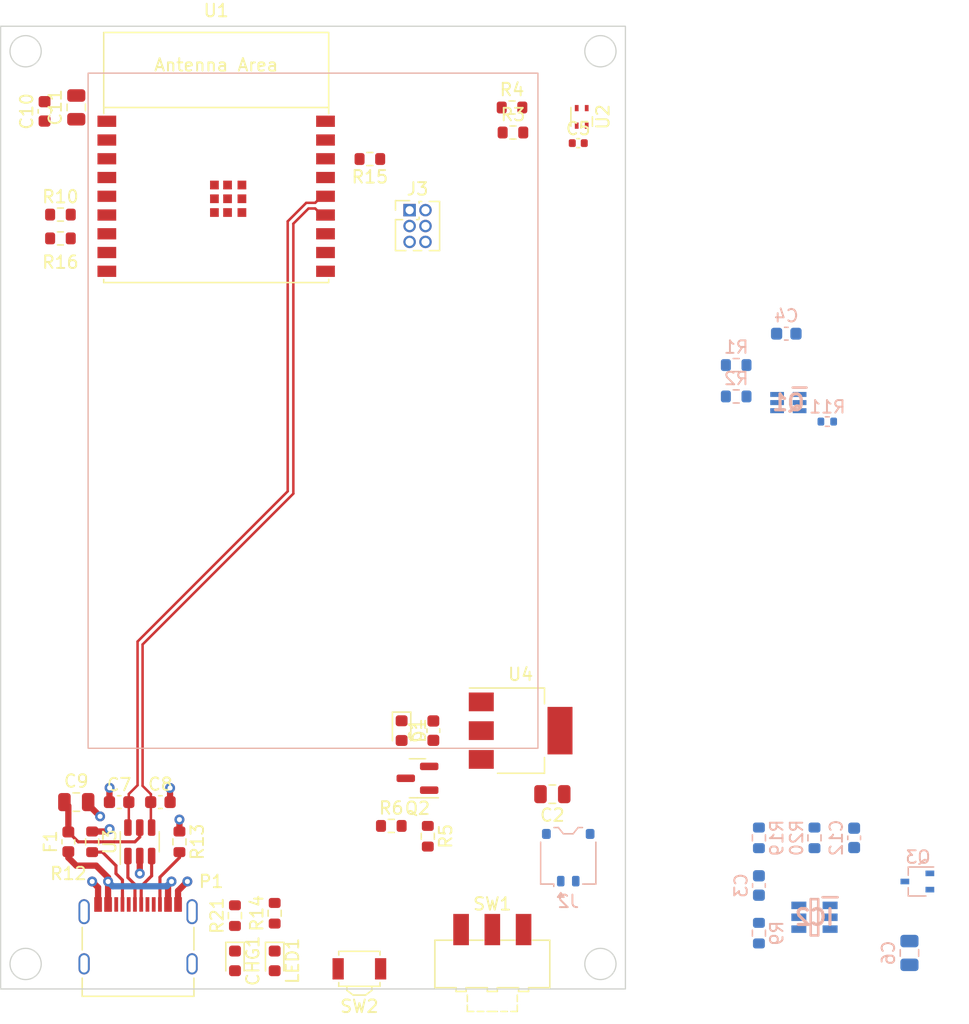
<source format=kicad_pcb>
(kicad_pcb (version 20221018) (generator pcbnew)
  (layers (0 "F.Cu" signal) (31 "B.Cu" signal) (34 "B.Paste" user) (35 "F.Paste" user) (36 "B.SilkS" user "B.Silkscreen") (37 "F.SilkS" user "F.Silkscreen") (38 "B.Mask" user) (39 "F.Mask" user) (44 "Edge.Cuts" user))
  (net 0 "")
  (net 1 "GND")
  (net 2 "V_USB")
  (net 3 "D+")
  (net 4 "D-")
  (net 5 "V_BAT")
  (net 6 "+3.3V")
  (net 7 "CHG_ENABLE")
  (net 8 "SDA")
  (net 9 "SDC")
  (net 10 "Net-(CHG1-K)")
  (net 11 "Net-(LED1-K)")
  (net 12 "Net-(J2-Pin_2)")
  (net 13 "EN")
  (net 14 "TXD")
  (net 15 "IO9")
  (net 16 "RXD")
  (net 17 "Net-(F1-Pad1)")
  (net 18 "Net-(P1-CC)")
  (net 19 "Net-(P1-D+)")
  (net 20 "Net-(P1-D-)")
  (net 21 "Net-(P1-VCONN)")
  (net 23 "VBAT_MEAS_EN")
  (net 24 "Net-(Q1-DRAIN_2)")
  (net 25 "Net-(Q1-DRAIN_1)")
  (net 26 "Net-(Q2-G)")
  (net 27 "Net-(D1-K)")
  (net 28 "UTIL")
  (net 29 "~{LED}")
  (net 30 "Net-(IC2-TS)")
  (net 31 "~{CRG}")
  (net 32 "V_BAT_MEAS")
  (net 33 "~{CHG}")
  (net 34 "V_USB_MEAS")
  (net 35 "Net-(U1-GPIO2{slash}ADC1_CH2)")
  (net 36 "Net-(IC2-ISET)")
  (footprint "Capacitor_SMD:C_0805_2012Metric" (layer "F.Cu") (at 186.055 90.805)
    (fp_text reference "C9" (at 0 -1.68) (layer "F.SilkS"))
    (fp_text value "10uF")
    (pad "1" smd roundrect (at -0.95 0) (size 1 1.45) (layers "F.Cu" "F.Paste" "F.Mask") (net 2 "V_USB"))
    (pad "2" smd roundrect (at 0.95 0) (size 1 1.45) (layers "F.Cu" "F.Paste" "F.Mask") (net 1 "GND"))
  )
  (footprint "Resistor_SMD:R_0603_1608Metric" (layer "F.Cu") (at 184.785 43.815)
    (fp_text reference "R10" (at 0 -1.43) (layer "F.SilkS"))
    (fp_text value "10k")
    (pad "1" smd roundrect (at -0.825 0) (size 0.8 0.95) (layers "F.Cu" "F.Paste" "F.Mask") (net 6 "+3.3V"))
    (pad "2" smd roundrect (at 0.825 0) (size 0.8 0.95) (layers "F.Cu" "F.Paste" "F.Mask") (net 33 "~{CHG}"))
  )
  (footprint "Resistor_SMD:R_0603_1608Metric" (layer "F.Cu") (at 209.55 39.37 180)
    (fp_text reference "R15" (at 0 -1.43) (layer "F.SilkS"))
    (fp_text value "10k")
    (pad "1" smd roundrect (at -0.825 0 180) (size 0.8 0.95) (layers "F.Cu" "F.Paste" "F.Mask") (net 6 "+3.3V"))
    (pad "2" smd roundrect (at 0.825 0 180) (size 0.8 0.95) (layers "F.Cu" "F.Paste" "F.Mask") (net 35 "Net-(U1-GPIO2{slash}ADC1_CH2)"))
  )
  (footprint "Sensor_Humidity:Sensirion_DFN-4_1.5x1.5mm_P0.8mm_SHT4x_NoCentralPad" (layer "F.Cu") (at 226.5 36 -90)
    (fp_text reference "U2" (at 0 -1.7 90) (layer "F.SilkS"))
    (fp_text value "SHT4x")
    (pad "1" smd rect (at -0.7 -0.4 270) (size 0.5 0.3) (layers "F.Cu" "F.Paste" "F.Mask") (net 8 "SDA"))
    (pad "2" smd rect (at -0.7 0.4 270) (size 0.5 0.3) (layers "F.Cu" "F.Paste" "F.Mask") (net 9 "SDC"))
    (pad "3" smd rect (at 0.7 0.4 270) (size 0.5 0.3) (layers "F.Cu" "F.Paste" "F.Mask") (net 6 "+3.3V"))
    (pad "4" smd rect (at 0.7 -0.4 270) (size 0.5 0.3) (layers "F.Cu" "F.Paste" "F.Mask") (net 1 "GND"))
  )
  (footprint "Fuse:Fuse_0603_1608Metric" (layer "F.Cu") (at 185.42 93.98 90)
    (fp_text reference "F1" (at 0 -1.43 90) (layer "F.SilkS"))
    (fp_text value "Polyfuse_Small")
    (pad "1" smd roundrect (at -0.7875 0 90) (size 0.875 0.95) (layers "F.Cu" "F.Paste" "F.Mask") (net 17 "Net-(F1-Pad1)"))
    (pad "2" smd roundrect (at 0.7875 0 90) (size 0.875 0.95) (layers "F.Cu" "F.Paste" "F.Mask") (net 2 "V_USB"))
  )
  (footprint "Connector_USB:USB_C_Receptacle_Palconn_UTC16-G" (layer "F.Cu") (at 191 101.5)
    (fp_text reference "P1" (at 5.85 -4.345) (layer "F.SilkS"))
    (fp_text value "USB_C_Plug_USB2.0")
    (pad "" np_thru_hole circle (at -2.89 -1.45 180) (size 0.6 0.6) (drill 0.6) (layers "*.Cu" "*.Mask"))
    (pad "" np_thru_hole circle (at 2.89 -1.45 180) (size 0.6 0.6) (drill 0.6) (layers "*.Cu" "*.Mask"))
    (pad "A1" smd rect (at -3.2 -2.51) (size 0.6 1.16) (layers "F.Cu" "F.Paste" "F.Mask") (net 1 "GND"))
    (pad "A4" smd rect (at -2.4 -2.51) (size 0.6 1.16) (layers "F.Cu" "F.Paste" "F.Mask") (net 17 "Net-(F1-Pad1)"))
    (pad "A5" smd rect (at -1.25 -2.51 180) (size 0.3 1.16) (layers "F.Cu" "F.Paste" "F.Mask") (net 18 "Net-(P1-CC)"))
    (pad "A6" smd rect (at -0.25 -2.51 180) (size 0.3 1.16) (layers "F.Cu" "F.Paste" "F.Mask") (net 19 "Net-(P1-D+)"))
    (pad "A7" smd rect (at 0.25 -2.51 180) (size 0.3 1.16) (layers "F.Cu" "F.Paste" "F.Mask") (net 20 "Net-(P1-D-)"))
    (pad "A8" smd rect (at 1.25 -2.51 180) (size 0.3 1.16) (layers "F.Cu" "F.Paste" "F.Mask"))
    (pad "A9" smd rect (at 2.4 -2.51) (size 0.6 1.16) (layers "F.Cu" "F.Paste" "F.Mask") (net 17 "Net-(F1-Pad1)"))
    (pad "A12" smd rect (at 3.2 -2.51) (size 0.6 1.16) (layers "F.Cu" "F.Paste" "F.Mask") (net 1 "GND"))
    (pad "B1" smd rect (at 3.2 -2.51) (size 0.6 1.16) (layers "F.Cu" "F.Paste" "F.Mask") (net 1 "GND"))
    (pad "B4" smd rect (at 2.4 -2.51) (size 0.6 1.16) (layers "F.Cu" "F.Paste" "F.Mask") (net 17 "Net-(F1-Pad1)"))
    (pad "B5" smd rect (at 1.75 -2.51 180) (size 0.3 1.16) (layers "F.Cu" "F.Paste" "F.Mask") (net 21 "Net-(P1-VCONN)"))
    (pad "B6" smd rect (at 0.75 -2.51 180) (size 0.3 1.16) (layers "F.Cu" "F.Paste" "F.Mask"))
    (pad "B7" smd rect (at -0.75 -2.51 180) (size 0.3 1.16) (layers "F.Cu" "F.Paste" "F.Mask"))
    (pad "B8" smd rect (at -1.75 -2.51 180) (size 0.3 1.16) (layers "F.Cu" "F.Paste" "F.Mask"))
    (pad "B9" smd rect (at -2.4 -2.51) (size 0.6 1.16) (layers "F.Cu" "F.Paste" "F.Mask") (net 17 "Net-(F1-Pad1)"))
    (pad "B12" smd rect (at -3.2 -2.51) (size 0.6 1.16) (layers "F.Cu" "F.Paste" "F.Mask") (net 1 "GND"))
    (pad "S1" thru_hole oval (at -4.32 -1.93 90) (size 2 0.9) (drill oval 1.7 0.6) (layers "*.Cu" "*.Mask"))
    (pad "S1" thru_hole oval (at -4.32 2.24 90) (size 1.7 0.9) (drill oval 1.4 0.6) (layers "*.Cu" "*.Mask"))
    (pad "S1" thru_hole oval (at 4.32 -1.93 90) (size 2 0.9) (drill oval 1.7 0.6) (layers "*.Cu" "*.Mask"))
    (pad "S1" thru_hole oval (at 4.32 2.24 90) (size 1.7 0.9) (drill oval 1.4 0.6) (layers "*.Cu" "*.Mask"))
  )
  (footprint "Resistor_SMD:R_0603_1608Metric" (layer "F.Cu") (at 221 37.25)
    (fp_text reference "R3" (at 0 -1.43) (layer "F.SilkS"))
    (fp_text value "10k")
    (pad "1" smd roundrect (at -0.825 0) (size 0.8 0.95) (layers "F.Cu" "F.Paste" "F.Mask") (net 6 "+3.3V"))
    (pad "2" smd roundrect (at 0.825 0) (size 0.8 0.95) (layers "F.Cu" "F.Paste" "F.Mask") (net 9 "SDC"))
  )
  (footprint "Resistor_SMD:R_0603_1608Metric" (layer "F.Cu") (at 184.785 45.72)
    (fp_text reference "R16" (at 0 1.905) (layer "F.SilkS"))
    (fp_text value "10k")
    (pad "1" smd roundrect (at -0.825 0) (size 0.8 0.95) (layers "F.Cu" "F.Paste" "F.Mask") (net 6 "+3.3V"))
    (pad "2" smd roundrect (at 0.825 0) (size 0.8 0.95) (layers "F.Cu" "F.Paste" "F.Mask") (net 7 "CHG_ENABLE"))
  )
  (footprint "Button_Switch_SMD:SW_SPDT_CK-JS102011SAQN" (layer "F.Cu") (at 219.35 103.75)
    (fp_text reference "SW1" (at 0 -4.8) (layer "F.SilkS"))
    (fp_text value "SW_SPST")
    (pad "" np_thru_hole circle (at -3.4 0) (size 0.9 0.9) (drill 0.9) (layers "*.Cu" "*.Mask"))
    (pad "" np_thru_hole circle (at 3.4 0) (size 0.9 0.9) (drill 0.9) (layers "*.Cu" "*.Mask"))
    (pad "1" smd rect (at -2.5 -2.75) (size 1.25 2.5) (layers "F.Cu" "F.Paste" "F.Mask") (net 12 "Net-(J2-Pin_2)"))
    (pad "2" smd rect (at 0 -2.75) (size 1.25 2.5) (layers "F.Cu" "F.Paste" "F.Mask") (net 5 "V_BAT"))
    (pad "3" smd rect (at 2.5 -2.75) (size 1.25 2.5) (layers "F.Cu" "F.Paste" "F.Mask"))
  )
  (footprint "Capacitor_SMD:C_0805_2012Metric" (layer "F.Cu") (at 186.055 35.24 90)
    (fp_text reference "C11" (at 0 -1.68 90) (layer "F.SilkS"))
    (fp_text value "10uF")
    (pad "1" smd roundrect (at -0.95 0 90) (size 1 1.45) (layers "F.Cu" "F.Paste" "F.Mask") (net 6 "+3.3V"))
    (pad "2" smd roundrect (at 0.95 0 90) (size 1 1.45) (layers "F.Cu" "F.Paste" "F.Mask") (net 1 "GND"))
  )
  (footprint "Capacitor_SMD:C_0805_2012Metric" (layer "F.Cu") (at 224.155 90.17 180)
    (fp_text reference "C2" (at 0 -1.68) (layer "F.SilkS"))
    (fp_text value "10uF")
    (pad "1" smd roundrect (at -0.95 0 180) (size 1 1.45) (layers "F.Cu" "F.Paste" "F.Mask") (net 6 "+3.3V"))
    (pad "2" smd roundrect (at 0.95 0 180) (size 1 1.45) (layers "F.Cu" "F.Paste" "F.Mask") (net 1 "GND"))
  )
  (footprint "Resistor_SMD:R_0603_1608Metric" (layer "F.Cu") (at 194.31 93.98 -90)
    (fp_text reference "R13" (at 0 -1.43 90) (layer "F.SilkS"))
    (fp_text value "5.1K")
    (pad "1" smd roundrect (at -0.825 0 270) (size 0.8 0.95) (layers "F.Cu" "F.Paste" "F.Mask") (net 1 "GND"))
    (pad "2" smd roundrect (at 0.825 0 270) (size 0.8 0.95) (layers "F.Cu" "F.Paste" "F.Mask") (net 21 "Net-(P1-VCONN)"))
  )
  (footprint "Capacitor_SMD:C_0603_1608Metric" (layer "F.Cu") (at 183.515 35.56 90)
    (fp_text reference "C10" (at 0 -1.43 90) (layer "F.SilkS"))
    (fp_text value "100nF")
    (pad "1" smd roundrect (at -0.775 0 90) (size 0.9 0.95) (layers "F.Cu" "F.Paste" "F.Mask") (net 6 "+3.3V"))
    (pad "2" smd roundrect (at 0.775 0 90) (size 0.9 0.95) (layers "F.Cu" "F.Paste" "F.Mask") (net 1 "GND"))
  )
  (footprint "Package_TO_SOT_SMD:SOT-23" (layer "F.Cu") (at 213.36 88.9 180)
    (fp_text reference "Q2" (at 0 -2.4) (layer "F.SilkS"))
    (fp_text value "AO3401A")
    (pad "1" smd roundrect (at -0.9375 -0.95 180) (size 1.475 0.6) (layers "F.Cu" "F.Paste" "F.Mask") (net 26 "Net-(Q2-G)"))
    (pad "2" smd roundrect (at -0.9375 0.95 180) (size 1.475 0.6) (layers "F.Cu" "F.Paste" "F.Mask") (net 27 "Net-(D1-K)"))
    (pad "3" smd roundrect (at 0.9375 0 180) (size 1.475 0.6) (layers "F.Cu" "F.Paste" "F.Mask") (net 5 "V_BAT"))
  )
  (footprint "Resistor_SMD:R_0603_1608Metric" (layer "F.Cu") (at 187.325 93.98 -90)
    (fp_text reference "R12" (at 2.54 1.905 -180) (layer "F.SilkS"))
    (fp_text value "5.1K")
    (pad "1" smd roundrect (at -0.825 0 270) (size 0.8 0.95) (layers "F.Cu" "F.Paste" "F.Mask") (net 1 "GND"))
    (pad "2" smd roundrect (at 0.825 0 270) (size 0.8 0.95) (layers "F.Cu" "F.Paste" "F.Mask") (net 18 "Net-(P1-CC)"))
  )
  (footprint "Package_TO_SOT_SMD:SOT-223-3_TabPin2" (layer "F.Cu") (at 221.615 85.09)
    (fp_text reference "U4" (at 0 -4.5) (layer "F.SilkS"))
    (fp_text value "LD1117S33TR_SOT223")
    (pad "1" smd rect (at -3.15 -2.3) (size 2 1.5) (layers "F.Cu" "F.Paste" "F.Mask") (net 1 "GND"))
    (pad "2" smd rect (at -3.15 0) (size 2 1.5) (layers "F.Cu" "F.Paste" "F.Mask") (net 6 "+3.3V"))
    (pad "2" smd rect (at 3.15 0) (size 2 3.8) (layers "F.Cu" "F.Paste" "F.Mask") (net 6 "+3.3V"))
    (pad "3" smd rect (at -3.15 2.3) (size 2 1.5) (layers "F.Cu" "F.Paste" "F.Mask") (net 27 "Net-(D1-K)"))
  )
  (footprint "Resistor_SMD:R_0603_1608Metric" (layer "F.Cu") (at 201.93 99.695 90)
    (fp_text reference "R14" (at 0 -1.43 90) (layer "F.SilkS"))
    (fp_text value "33R")
    (pad "1" smd roundrect (at -0.825 0 90) (size 0.8 0.95) (layers "F.Cu" "F.Paste" "F.Mask") (net 11 "Net-(LED1-K)"))
    (pad "2" smd roundrect (at 0.825 0 90) (size 0.8 0.95) (layers "F.Cu" "F.Paste" "F.Mask") (net 29 "~{LED}"))
  )
  (footprint "Capacitor_SMD:C_0603_1608Metric" (layer "F.Cu") (at 192.786 90.805)
    (fp_text reference "C8" (at 0 -1.43) (layer "F.SilkS"))
    (fp_text value "22pF")
    (pad "1" smd roundrect (at -0.775 0) (size 0.9 0.95) (layers "F.Cu" "F.Paste" "F.Mask") (net 4 "D-"))
    (pad "2" smd roundrect (at 0.775 0) (size 0.9 0.95) (layers "F.Cu" "F.Paste" "F.Mask") (net 1 "GND"))
  )
  (footprint "Resistor_SMD:R_0603_1608Metric" (layer "F.Cu") (at 211.265 92.71)
    (fp_text reference "R6" (at 0 -1.43) (layer "F.SilkS"))
    (fp_text value "1K")
    (pad "1" smd roundrect (at -0.825 0) (size 0.8 0.95) (layers "F.Cu" "F.Paste" "F.Mask") (net 2 "V_USB"))
    (pad "2" smd roundrect (at 0.825 0) (size 0.8 0.95) (layers "F.Cu" "F.Paste" "F.Mask") (net 26 "Net-(Q2-G)"))
  )
  (footprint "LED_SMD:LED_0603_1608Metric" (layer "F.Cu") (at 201.93 103.505 -90)
    (fp_text reference "LED1" (at 0 -1.43 90) (layer "F.SilkS"))
    (fp_text value "LED_Small")
    (pad "1" smd roundrect (at -0.7875 0 270) (size 0.875 0.95) (layers "F.Cu" "F.Paste" "F.Mask") (net 11 "Net-(LED1-K)"))
    (pad "2" smd roundrect (at 0.7875 0 270) (size 0.875 0.95) (layers "F.Cu" "F.Paste" "F.Mask") (net 6 "+3.3V"))
  )
  (footprint "Resistor_SMD:R_0603_1608Metric" (layer "F.Cu") (at 220.925 35.25)
    (fp_text reference "R4" (at 0 -1.43) (layer "F.SilkS"))
    (fp_text value "10k")
    (pad "1" smd roundrect (at -0.825 0) (size 0.8 0.95) (layers "F.Cu" "F.Paste" "F.Mask") (net 6 "+3.3V"))
    (pad "2" smd roundrect (at 0.825 0) (size 0.8 0.95) (layers "F.Cu" "F.Paste" "F.Mask") (net 8 "SDA"))
  )
  (footprint "Resistor_SMD:R_0603_1608Metric" (layer "F.Cu") (at 214.185 93.535 -90)
    (fp_text reference "R5" (at 0 -1.43 90) (layer "F.SilkS"))
    (fp_text value "10K")
    (pad "1" smd roundrect (at -0.825 0 270) (size 0.8 0.95) (layers "F.Cu" "F.Paste" "F.Mask") (net 26 "Net-(Q2-G)"))
    (pad "2" smd roundrect (at 0.825 0 270) (size 0.8 0.95) (layers "F.Cu" "F.Paste" "F.Mask") (net 1 "GND"))
  )
  (footprint "Capacitor_SMD:C_0402_1005Metric" (layer "F.Cu") (at 226.225 38.1)
    (fp_text reference "C5" (at 0 -1.16) (layer "F.SilkS"))
    (fp_text value "100nF")
    (pad "1" smd roundrect (at -0.48 0) (size 0.56 0.62) (layers "F.Cu" "F.Paste" "F.Mask") (net 6 "+3.3V"))
    (pad "2" smd roundrect (at 0.48 0) (size 0.56 0.62) (layers "F.Cu" "F.Paste" "F.Mask") (net 1 "GND"))
  )
  (footprint "Connector_PinHeader_1.27mm:PinHeader_2x03_P1.27mm_Vertical" (layer "F.Cu") (at 212.73 43.46)
    (fp_text reference "J3" (at 0.635 -1.695) (layer "F.SilkS"))
    (fp_text value "Conn_02x03_Odd_Even")
    (pad "1" thru_hole rect (at 0 0) (size 1 1) (drill 0.65) (layers "*.Cu" "*.Mask") (net 13 "EN"))
    (pad "2" thru_hole oval (at 1.27 0) (size 1 1) (drill 0.65) (layers "*.Cu" "*.Mask") (net 6 "+3.3V"))
    (pad "3" thru_hole oval (at 0 1.27) (size 1 1) (drill 0.65) (layers "*.Cu" "*.Mask") (net 14 "TXD"))
    (pad "4" thru_hole oval (at 1.27 1.27) (size 1 1) (drill 0.65) (layers "*.Cu" "*.Mask") (net 15 "IO9"))
    (pad "5" thru_hole oval (at 0 2.54) (size 1 1) (drill 0.65) (layers "*.Cu" "*.Mask") (net 16 "RXD"))
    (pad "6" thru_hole oval (at 1.27 2.54) (size 1 1) (drill 0.65) (layers "*.Cu" "*.Mask") (net 1 "GND"))
  )
  (footprint "Resistor_SMD:R_0603_1608Metric" (layer "F.Cu") (at 198.75 99.885 90)
    (fp_text reference "R21" (at 0 -1.43 90) (layer "F.SilkS"))
    (fp_text value "33R")
    (pad "1" smd roundrect (at -0.825 0 90) (size 0.8 0.95) (layers "F.Cu" "F.Paste" "F.Mask") (net 10 "Net-(CHG1-K)"))
    (pad "2" smd roundrect (at 0.825 0 90) (size 0.8 0.95) (layers "F.Cu" "F.Paste" "F.Mask") (net 31 "~{CRG}"))
  )
  (footprint "Diode_SMD:D_0603_1608Metric" (layer "F.Cu") (at 212.09 85.09 -90)
    (fp_text reference "D1" (at 0 -1.43 90) (layer "F.SilkS"))
    (fp_text value "D_Schottky")
    (pad "1" smd roundrect (at -0.7875 0 270) (size 0.875 0.95) (layers "F.Cu" "F.Paste" "F.Mask") (net 27 "Net-(D1-K)"))
    (pad "2" smd roundrect (at 0.7875 0 270) (size 0.875 0.95) (layers "F.Cu" "F.Paste" "F.Mask") (net 2 "V_USB"))
  )
  (footprint "Capacitor_SMD:C_0603_1608Metric" (layer "F.Cu") (at 189.484 90.805 180)
    (fp_text reference "C7" (at 0 1.397) (layer "F.SilkS"))
    (fp_text value "22pF")
    (pad "1" smd roundrect (at -0.775 0 180) (size 0.9 0.95) (layers "F.Cu" "F.Paste" "F.Mask") (net 3 "D+"))
    (pad "2" smd roundrect (at 0.775 0 180) (size 0.9 0.95) (layers "F.Cu" "F.Paste" "F.Mask") (net 1 "GND"))
  )
  (footprint "PCM_Espressif:ESP32-C3-WROOM-02" (layer "F.Cu") (at 197.25 42.25)
    (fp_text reference "U1" (at 0 -14.75) (layer "F.SilkS"))
    (fp_text value "ESP32-C3-WROOM-02")
    (fp_text user "Antenna Area" (at 0 -10.4) (layer "F.SilkS"))
    (pad "1" smd rect (at -8.75 -5.9) (size 1.5 0.9) (layers "F.Cu" "F.Paste" "F.Mask") (net 6 "+3.3V"))
    (pad "2" smd rect (at -8.75 -4.4) (size 1.5 0.9) (layers "F.Cu" "F.Paste" "F.Mask") (net 13 "EN"))
    (pad "3" smd rect (at -8.75 -2.9) (size 1.5 0.9) (layers "F.Cu" "F.Paste" "F.Mask") (net 32 "V_BAT_MEAS"))
    (pad "4" smd rect (at -8.75 -1.4) (size 1.5 0.9) (layers "F.Cu" "F.Paste" "F.Mask") (net 23 "VBAT_MEAS_EN"))
    (pad "5" smd rect (at -8.75 0.1) (size 1.5 0.9) (layers "F.Cu" "F.Paste" "F.Mask") (net 29 "~{LED}"))
    (pad "6" smd rect (at -8.75 1.6) (size 1.5 0.9) (layers "F.Cu" "F.Paste" "F.Mask") (net 33 "~{CHG}"))
    (pad "7" smd rect (at -8.75 3.1) (size 1.5 0.9) (layers "F.Cu" "F.Paste" "F.Mask") (net 7 "CHG_ENABLE"))
    (pad "8" smd rect (at -8.75 4.6) (size 1.5 0.9) (layers "F.Cu" "F.Paste" "F.Mask") (net 15 "IO9"))
    (pad "9" smd rect (at -8.75 6.1) (size 1.5 0.9) (layers "F.Cu" "F.Paste" "F.Mask") (net 1 "GND"))
    (pad "10" smd rect (at 8.75 6.1 180) (size 1.5 0.9) (layers "F.Cu" "F.Paste" "F.Mask") (net 28 "UTIL"))
    (pad "11" smd rect (at 8.75 4.6 180) (size 1.5 0.9) (layers "F.Cu" "F.Paste" "F.Mask") (net 16 "RXD"))
    (pad "12" smd rect (at 8.75 3.1 180) (size 1.5 0.9) (layers "F.Cu" "F.Paste" "F.Mask") (net 14 "TXD"))
    (pad "13" smd rect (at 8.75 1.6 180) (size 1.5 0.9) (layers "F.Cu" "F.Paste" "F.Mask") (net 4 "D-"))
    (pad "14" smd rect (at 8.75 0.1 180) (size 1.5 0.9) (layers "F.Cu" "F.Paste" "F.Mask") (net 3 "D+"))
    (pad "15" smd rect (at 8.75 -1.4 180) (size 1.5 0.9) (layers "F.Cu" "F.Paste" "F.Mask") (net 34 "V_USB_MEAS"))
    (pad "16" smd rect (at 8.75 -2.9 180) (size 1.5 0.9) (layers "F.Cu" "F.Paste" "F.Mask") (net 35 "Net-(U1-GPIO2{slash}ADC1_CH2)"))
    (pad "17" smd rect (at 8.75 -4.4 180) (size 1.5 0.9) (layers "F.Cu" "F.Paste" "F.Mask") (net 8 "SDA"))
    (pad "18" smd rect (at 8.75 -5.9 180) (size 1.5 0.9) (layers "F.Cu" "F.Paste" "F.Mask") (net 9 "SDC"))
    (pad "19" smd rect (at -0.14 -0.8 180) (size 0.7 0.7) (layers "F.Cu" "F.Paste" "F.Mask") (net 1 "GND"))
    (pad "19" smd rect (at -0.14 0.3 180) (size 0.7 0.7) (layers "F.Cu" "F.Paste" "F.Mask") (net 1 "GND"))
    (pad "19" smd rect (at -0.14 1.4 180) (size 0.7 0.7) (layers "F.Cu" "F.Paste" "F.Mask") (net 1 "GND"))
    (pad "19" smd rect (at 0.91 -0.8 180) (size 0.7 0.7) (layers "F.Cu" "F.Paste" "F.Mask") (net 1 "GND"))
    (pad "19" smd rect (at 0.91 0.3 180) (size 0.7 0.7) (layers "F.Cu" "F.Paste" "F.Mask") (net 1 "GND"))
    (pad "19" smd rect (at 0.91 1.4 180) (size 0.7 0.7) (layers "F.Cu" "F.Paste" "F.Mask") (net 1 "GND"))
    (pad "19" smd rect (at 2.06 -0.8 180) (size 0.7 0.7) (layers "F.Cu" "F.Paste" "F.Mask") (net 1 "GND"))
    (pad "19" smd rect (at 2.06 0.3 180) (size 0.7 0.7) (layers "F.Cu" "F.Paste" "F.Mask") (net 1 "GND"))
    (pad "19" smd rect (at 2.06 1.4 180) (size 0.7 0.7) (layers "F.Cu" "F.Paste" "F.Mask") (net 1 "GND"))
  )
  (footprint "Capacitor_SMD:C_0603_1608Metric" (layer "F.Cu") (at 214.63 85.09 90)
    (fp_text reference "C1" (at 0 -1.43 90) (layer "F.SilkS"))
    (fp_text value "1uF")
    (pad "1" smd roundrect (at -0.775 0 90) (size 0.9 0.95) (layers "F.Cu" "F.Paste" "F.Mask") (net 27 "Net-(D1-K)"))
    (pad "2" smd roundrect (at 0.775 0 90) (size 0.9 0.95) (layers "F.Cu" "F.Paste" "F.Mask") (net 1 "GND"))
  )
  (footprint "LED_SMD:LED_0603_1608Metric" (layer "F.Cu") (at 198.755 103.505 -90)
    (fp_text reference "CHG1" (at 0 -1.43 90) (layer "F.SilkS"))
    (fp_text value "LED_Small")
    (pad "1" smd roundrect (at -0.7875 0 270) (size 0.875 0.95) (layers "F.Cu" "F.Paste" "F.Mask") (net 10 "Net-(CHG1-K)"))
    (pad "2" smd roundrect (at 0.7875 0 270) (size 0.875 0.95) (layers "F.Cu" "F.Paste" "F.Mask") (net 6 "+3.3V"))
  )
  (footprint "Package_TO_SOT_SMD:SOT-23-6" (layer "F.Cu") (at 191.135 93.98 90)
    (fp_text reference "U3" (at 0 -2.4 90) (layer "F.SilkS"))
    (fp_text value "WE-TVS-82400102")
    (pad "1" smd roundrect (at -1.1375 -0.95 90) (size 1.325 0.6) (layers "F.Cu" "F.Paste" "F.Mask") (net 19 "Net-(P1-D+)"))
    (pad "2" smd roundrect (at -1.1375 0 90) (size 1.325 0.6) (layers "F.Cu" "F.Paste" "F.Mask") (net 1 "GND"))
    (pad "3" smd roundrect (at -1.1375 0.95 90) (size 1.325 0.6) (layers "F.Cu" "F.Paste" "F.Mask") (net 20 "Net-(P1-D-)"))
    (pad "4" smd roundrect (at 1.1375 0.95 90) (size 1.325 0.6) (layers "F.Cu" "F.Paste" "F.Mask") (net 4 "D-"))
    (pad "5" smd roundrect (at 1.1375 0 90) (size 1.325 0.6) (layers "F.Cu" "F.Paste" "F.Mask") (net 2 "V_USB"))
    (pad "6" smd roundrect (at 1.1375 -0.95 90) (size 1.325 0.6) (layers "F.Cu" "F.Paste" "F.Mask") (net 3 "D+"))
  )
  (footprint "Button_Switch_SMD:SW_SPST_B3U-3000P" (layer "F.Cu") (at 208.71 104.14 180)
    (fp_text reference "SW2" (at 0 -3) (layer "F.SilkS"))
    (fp_text value "SW_Push")
    (pad "1" smd rect (at -1.7 0 180) (size 0.9 1.7) (layers "F.Cu" "F.Paste" "F.Mask") (net 28 "UTIL"))
    (pad "2" smd rect (at 1.7 0 180) (size 0.9 1.7) (layers "F.Cu" "F.Paste" "F.Mask") (net 1 "GND"))
  )
  (footprint "Connector_JST:JST_ACH_BM02B-ACHSS-GAN-ETF_1x02-1MP_P1.20mm_Vertical" (layer "B.Cu") (at 225.425 95.25)
    (fp_text reference "J2" (at 0 3.5) (layer "B.SilkS") (effects (justify mirror)))
    (fp_text value "Batt_Conn")
    (pad "1" smd roundrect (at -0.6 1.875) (size 0.6 0.85) (layers "B.Cu" "B.Paste" "B.Mask") (net 1 "GND"))
    (pad "2" smd roundrect (at 0.6 1.875) (size 0.6 0.85) (layers "B.Cu" "B.Paste" "B.Mask") (net 12 "Net-(J2-Pin_2)"))
    (pad "MP" smd roundrect (at -1.75 -1.9) (size 0.7 0.8) (layers "B.Cu" "B.Paste" "B.Mask"))
    (pad "MP" smd roundrect (at 1.75 -1.9) (size 0.7 0.8) (layers "B.Cu" "B.Paste" "B.Mask"))
  )
  (footprint "Package_TO_SOT_SMD:SOT-323_SC-70" (layer "B.Cu") (at 253.365 97.155 180)
    (fp_text reference "Q3" (at -0.05 1.95) (layer "B.SilkS") (effects (justify mirror)))
    (fp_text value "BSS214NW")
    (pad "1" smd rect (at -1 0.65 270) (size 0.45 0.7) (layers "B.Cu" "B.Paste" "B.Mask") (net 7 "CHG_ENABLE"))
    (pad "2" smd rect (at -1 -0.65 270) (size 0.45 0.7) (layers "B.Cu" "B.Paste" "B.Mask") (net 1 "GND"))
    (pad "3" smd rect (at 1 0 270) (size 0.45 0.7) (layers "B.Cu" "B.Paste" "B.Mask") (net 30 "Net-(IC2-TS)"))
  )
  (footprint "TI BQ21040:SOT95P280X145-6N" (layer "B.Cu") (at 245.13 100.015 180)
    (fp_text reference "IC2" (at 0 0) (layer "B.SilkS") (effects (font (size 1.27 1.27) (thickness 0.254)) (justify mirror)))
    (fp_text value "BQ21040DBVR" hide)
    (pad "1" smd rect (at -1.25 0.95 90) (size 0.6 1.2) (layers "B.Cu" "B.Paste" "B.Mask") (net 30 "Net-(IC2-TS)"))
    (pad "2" smd rect (at -1.25 0 90) (size 0.6 1.2) (layers "B.Cu" "B.Paste" "B.Mask") (net 5 "V_BAT"))
    (pad "3" smd rect (at -1.25 -0.95 90) (size 0.6 1.2) (layers "B.Cu" "B.Paste" "B.Mask") (net 33 "~{CHG}"))
    (pad "4" smd rect (at 1.25 -0.95 90) (size 0.6 1.2) (layers "B.Cu" "B.Paste" "B.Mask") (net 36 "Net-(IC2-ISET)"))
    (pad "5" smd rect (at 1.25 0 90) (size 0.6 1.2) (layers "B.Cu" "B.Paste" "B.Mask") (net 1 "GND"))
    (pad "6" smd rect (at 1.25 0.95 90) (size 0.6 1.2) (layers "B.Cu" "B.Paste" "B.Mask") (net 2 "V_USB"))
  )
  (footprint "Capacitor_SMD:C_0603_1608Metric" (layer "B.Cu") (at 248.305 93.665 -90)
    (fp_text reference "C12" (at 0 1.43 -270) (layer "B.SilkS") (effects (justify mirror)))
    (fp_text value "100nF")
    (pad "1" smd roundrect (at -0.775 0 270) (size 0.9 0.95) (layers "B.Cu" "B.Paste" "B.Mask") (net 34 "V_USB_MEAS"))
    (pad "2" smd roundrect (at 0.775 0 270) (size 0.9 0.95) (layers "B.Cu" "B.Paste" "B.Mask") (net 1 "GND"))
  )
  (footprint "Resistor_SMD:R_0603_1608Metric" (layer "B.Cu") (at 238.865 55.85 180)
    (fp_text reference "R1" (at 0 1.43) (layer "B.SilkS") (effects (justify mirror)))
    (fp_text value "100K")
    (pad "1" smd roundrect (at -0.825 0 180) (size 0.8 0.95) (layers "B.Cu" "B.Paste" "B.Mask") (net 32 "V_BAT_MEAS"))
    (pad "2" smd roundrect (at 0.825 0 180) (size 0.8 0.95) (layers "B.Cu" "B.Paste" "B.Mask") (net 1 "GND"))
  )
  (footprint "Resistor_SMD:R_0603_1608Metric" (layer "B.Cu") (at 245.13 93.665 -90)
    (fp_text reference "R20" (at 0 1.43 -270) (layer "B.SilkS") (effects (justify mirror)))
    (fp_text value "10K")
    (pad "1" smd roundrect (at -0.825 0 270) (size 0.8 0.95) (layers "B.Cu" "B.Paste" "B.Mask") (net 34 "V_USB_MEAS"))
    (pad "2" smd roundrect (at 0.825 0 270) (size 0.8 0.95) (layers "B.Cu" "B.Paste" "B.Mask") (net 1 "GND"))
  )
  (footprint "Capacitor_SMD:C_0603_1608Metric" (layer "B.Cu") (at 240.685 97.475 -90)
    (fp_text reference "C3" (at 0 1.43 90) (layer "B.SilkS") (effects (justify mirror)))
    (fp_text value "1uF")
    (pad "1" smd roundrect (at -0.775 0 270) (size 0.9 0.95) (layers "B.Cu" "B.Paste" "B.Mask") (net 2 "V_USB"))
    (pad "2" smd roundrect (at 0.775 0 270) (size 0.9 0.95) (layers "B.Cu" "B.Paste" "B.Mask") (net 1 "GND"))
  )
  (footprint "Capacitor_SMD:C_0603_1608Metric" (layer "B.Cu") (at 242.875 53.34 180)
    (fp_text reference "C4" (at 0 1.43) (layer "B.SilkS") (effects (justify mirror)))
    (fp_text value "100nF")
    (pad "1" smd roundrect (at -0.775 0 180) (size 0.9 0.95) (layers "B.Cu" "B.Paste" "B.Mask") (net 32 "V_BAT_MEAS"))
    (pad "2" smd roundrect (at 0.775 0 180) (size 0.9 0.95) (layers "B.Cu" "B.Paste" "B.Mask") (net 1 "GND"))
  )
  (footprint "SamacSys_parts:SOT65P210X120-6N" (layer "B.Cu") (at 243.04 58.85 180)
    (fp_text reference "Q1" (at 0 0) (layer "B.SilkS") (effects (font (size 1.27 1.27) (thickness 0.254)) (justify mirror)))
    (fp_text value "SSM6L09FUTE85LF" hide)
    (pad "1" smd rect (at -0.9 0.65 90) (size 0.4 1.1) (layers "B.Cu" "B.Paste" "B.Mask") (net 1 "GND"))
    (pad "2" smd rect (at -0.9 0 90) (size 0.4 1.1) (layers "B.Cu" "B.Paste" "B.Mask") (net 23 "VBAT_MEAS_EN"))
    (pad "3" smd rect (at -0.9 -0.65 90) (size 0.4 1.1) (layers "B.Cu" "B.Paste" "B.Mask") (net 24 "Net-(Q1-DRAIN_2)"))
    (pad "4" smd rect (at 0.9 -0.65 90) (size 0.4 1.1) (layers "B.Cu" "B.Paste" "B.Mask") (net 5 "V_BAT"))
    (pad "5" smd rect (at 0.9 0 90) (size 0.4 1.1) (layers "B.Cu" "B.Paste" "B.Mask") (net 25 "Net-(Q1-DRAIN_1)"))
    (pad "6" smd rect (at 0.9 0.65 90) (size 0.4 1.1) (layers "B.Cu" "B.Paste" "B.Mask") (net 25 "Net-(Q1-DRAIN_1)"))
  )
  (footprint "Resistor_SMD:R_0402_1005Metric" (layer "B.Cu") (at 246.154 60.37 180)
    (fp_text reference "R11" (at 0 1.17) (layer "B.SilkS") (effects (justify mirror)))
    (fp_text value "100K")
    (pad "1" smd roundrect (at -0.51 0 180) (size 0.54 0.64) (layers "B.Cu" "B.Paste" "B.Mask") (net 5 "V_BAT"))
    (pad "2" smd roundrect (at 0.51 0 180) (size 0.54 0.64) (layers "B.Cu" "B.Paste" "B.Mask") (net 25 "Net-(Q1-DRAIN_1)"))
  )
  (footprint "Capacitor_SMD:C_0805_2012Metric" (layer "B.Cu") (at 252.73 102.87 -90)
    (fp_text reference "C6" (at 0 1.68 -270) (layer "B.SilkS") (effects (justify mirror)))
    (fp_text value "10uF")
    (pad "1" smd roundrect (at -0.95 0 270) (size 1 1.45) (layers "B.Cu" "B.Paste" "B.Mask") (net 5 "V_BAT"))
    (pad "2" smd roundrect (at 0.95 0 270) (size 1 1.45) (layers "B.Cu" "B.Paste" "B.Mask") (net 1 "GND"))
  )
  (footprint "Resistor_SMD:R_0603_1608Metric" (layer "B.Cu") (at 240.685 93.665 90)
    (fp_text reference "R19" (at 0 1.43 90) (layer "B.SilkS") (effects (justify mirror)))
    (fp_text value "33K")
    (pad "1" smd roundrect (at -0.825 0 90) (size 0.8 0.95) (layers "B.Cu" "B.Paste" "B.Mask") (net 2 "V_USB"))
    (pad "2" smd roundrect (at 0.825 0 90) (size 0.8 0.95) (layers "B.Cu" "B.Paste" "B.Mask") (net 34 "V_USB_MEAS"))
  )
  (footprint "Resistor_SMD:R_0603_1608Metric" (layer "B.Cu") (at 240.685 101.285 90)
    (fp_text reference "R9" (at 0 1.43 90) (layer "B.SilkS") (effects (justify mirror)))
    (fp_text value "R_Small")
    (pad "1" smd roundrect (at -0.825 0 90) (size 0.8 0.95) (layers "B.Cu" "B.Paste" "B.Mask") (net 36 "Net-(IC2-ISET)"))
    (pad "2" smd roundrect (at 0.825 0 90) (size 0.8 0.95) (layers "B.Cu" "B.Paste" "B.Mask") (net 1 "GND"))
  )
  (footprint "Resistor_SMD:R_0603_1608Metric" (layer "B.Cu") (at 238.865 58.36 180)
    (fp_text reference "R2" (at 0 1.43) (layer "B.SilkS") (effects (justify mirror)))
    (fp_text value "100K")
    (pad "1" smd roundrect (at -0.825 0 180) (size 0.8 0.95) (layers "B.Cu" "B.Paste" "B.Mask") (net 24 "Net-(Q1-DRAIN_2)"))
    (pad "2" smd roundrect (at 0.825 0 180) (size 0.8 0.95) (layers "B.Cu" "B.Paste" "B.Mask") (net 32 "V_BAT_MEAS"))
  )
  (gr_rect (start 187 32.5) (end 223 86.5) (stroke (width 0.1)) (fill none) (layer "B.SilkS"))
  (gr_circle (center 182 30.75) (end 183.25 30.75) (stroke (width 0.1)) (fill none) (layer "Edge.Cuts"))
  (gr_circle (center 182 103.75) (end 182 102.5) (stroke (width 0.1)) (fill none) (layer "Edge.Cuts"))
  (gr_circle (center 228 103.75) (end 228 102.5) (stroke (width 0.1)) (fill none) (layer "Edge.Cuts"))
  (gr_rect (start 180 28.75) (end 230 105.75) (stroke (width 0.1)) (fill none) (layer "Edge.Cuts"))
  (gr_circle (center 228 30.75) (end 228 29.5) (stroke (width 0.1)) (fill none) (layer "Edge.Cuts"))
  (segment (start 188.531 93.155) (end 187.325 93.155) (width 0.5) (layer "F.Cu") (net 1))
  (segment (start 193.548 89.662) (end 193.561 89.675) (width 0.5) (layer "F.Cu") (net 1))
  (segment (start 188.722 92.964) (end 188.531 93.155) (width 0.5) (layer "F.Cu") (net 1))
  (segment (start 194.2 97.9) (end 194.2 98.99) (width 0.5) (layer "F.Cu") (net 1))
  (segment (start 187.8 97.63) (end 187.325 97.155) (width 0.5) (layer "F.Cu") (net 1))
  (segment (start 187.96 91.948) (end 187.005 90.993) (width 0.5) (layer "F.Cu") (net 1))
  (segment (start 187.005 90.993) (end 187.005 90.805) (width 0.5) (layer "F.Cu") (net 1))
  (segment (start 194.31 93.155) (end 194.31 92.202) (width 0.5) (layer "F.Cu") (net 1))
  (segment (start 194.945 97.155) (end 194.2 97.9) (width 0.5) (layer "F.Cu") (net 1))
  (segment (start 187.8 98.99) (end 187.8 97.63) (width 0.5) (layer "F.Cu") (net 1))
  (segment (start 193.561 90.805) (end 193.561 89.675) (width 0.5) (layer "F.Cu") (net 1))
  (segment (start 191.135 95.1175) (end 191.135 96.52) (width 0.5) (layer "F.Cu") (net 1))
  (segment (start 188.709 89.675) (end 188.722 89.662) (width 0.5) (layer "F.Cu") (net 1))
  (segment (start 188.709 90.805) (end 188.709 89.675) (width 0.5) (layer "F.Cu") (net 1))
  (via (at 188.722 92.964) (size 0.8) (drill 0.4) (layers "F.Cu" "B.Cu") (net 1))
  (via (at 187.325 97.155) (size 0.8) (drill 0.4) (layers "F.Cu" "B.Cu") (net 1))
  (via (at 187.96 91.948) (size 0.8) (drill 0.4) (layers "F.Cu" "B.Cu") (net 1))
  (via (at 188.722 89.662) (size 0.8) (drill 0.4) (layers "F.Cu" "B.Cu") (net 1))
  (via (at 193.561 89.675) (size 0.8) (drill 0.4) (layers "F.Cu" "B.Cu") (net 1))
  (via (at 194.31 92.202) (size 0.8) (drill 0.4) (layers "F.Cu" "B.Cu") (net 1))
  (via (at 191.135 96.52) (size 0.8) (drill 0.4) (layers "F.Cu" "B.Cu") (net 1))
  (via (at 194.945 97.155) (size 0.8) (drill 0.4) (layers "F.Cu" "B.Cu") (net 1))
  (segment (start 190.754 93.98) (end 187.96 93.98) (width 0.25) (layer "F.Cu") (net 2))
  (segment (start 185.42 91.12) (end 185.105 90.805) (width 0.5) (layer "F.Cu") (net 2))
  (segment (start 191.135 92.8425) (end 191.135 93.599) (width 0.25) (layer "F.Cu") (net 2))
  (segment (start 186.2075 93.98) (end 185.42 93.1925) (width 0.25) (layer "F.Cu") (net 2))
  (segment (start 191.135 93.599) (end 190.754 93.98) (width 0.25) (layer "F.Cu") (net 2))
  (segment (start 185.42 93.1925) (end 185.42 91.12) (width 0.5) (layer "F.Cu") (net 2))
  (segment (start 187.96 93.98) (end 186.2075 93.98) (width 0.25) (layer "F.Cu") (net 2))
  (segment (start 187.96 93.98) (end 187.4775 93.98) (width 0.25) (layer "F.Cu") (net 2))
  (segment (start 190.185 92.8425) (end 190.259 92.7685) (width 0.2) (layer "F.Cu") (net 3))
  (segment (start 205.7 42.35) (end 206 42.35) (width 0.2) (layer "F.Cu") (net 3))
  (segment (start 204.4568 42.875) (end 205.175 42.875) (width 0.2) (layer "F.Cu") (net 3))
  (segment (start 202.975 65.9468) (end 202.975 44.3568) (width 0.2) (layer "F.Cu") (net 3))
  (segment (start 202.975 44.3568) (end 204.4568 42.875) (width 0.2) (layer "F.Cu") (net 3))
  (segment (start 190.960001 77.961799) (end 202.975 65.9468) (width 0.2) (layer "F.Cu") (net 3))
  (segment (start 205.175 42.875) (end 205.7 42.35) (width 0.2) (layer "F.Cu") (net 3))
  (segment (start 190.960001 89.455999) (end 190.960001 77.961799) (width 0.2) (layer "F.Cu") (net 3))
  (segment (start 190.259 90.157) (end 190.960001 89.455999) (width 0.2) (layer "F.Cu") (net 3))
  (segment (start 190.259 92.7685) (end 190.259 90.157) (width 0.2) (layer "F.Cu") (net 3))
  (segment (start 192.024 92.7815) (end 192.024 90.17) (width 0.2) (layer "F.Cu") (net 4))
  (segment (start 191.360001 89.506001) (end 191.360001 78.198199) (width 0.2) (layer "F.Cu") (net 4))
  (segment (start 191.360001 78.198199) (end 203.425 66.1332) (width 0.2) (layer "F.Cu") (net 4))
  (segment (start 203.425 44.5432) (end 204.6432 43.325) (width 0.2) (layer "F.Cu") (net 4))
  (segment (start 192.085 92.8425) (end 192.024 92.7815) (width 0.2) (layer "F.Cu") (net 4))
  (segment (start 204.6432 43.325) (end 205.175 43.325) (width 0.2) (layer "F.Cu") (net 4))
  (segment (start 203.425 66.1332) (end 203.425 44.5432) (width 0.2) (layer "F.Cu") (net 4))
  (segment (start 192.024 90.17) (end 191.360001 89.506001) (width 0.2) (layer "F.Cu") (net 4))
  (segment (start 205.7 43.85) (end 206 43.85) (width 0.2) (layer "F.Cu") (net 4))
  (segment (start 205.175 43.325) (end 205.7 43.85) (width 0.2) (layer "F.Cu") (net 4))
  (segment (start 187.6425 95.885) (end 186.055 95.885) (width 0.5) (layer "F.Cu") (net 17))
  (segment (start 193.4 97.43) (end 193.675 97.155) (width 0.5) (layer "F.Cu") (net 17))
  (segment (start 193.4 98.99) (end 193.4 97.43) (width 0.5) (layer "F.Cu") (net 17))
  (segment (start 188.6 98.99) (end 188.6 96.8425) (width 0.5) (layer "F.Cu") (net 17))
  (segment (start 188.6 96.8425) (end 187.6425 95.885) (width 0.5) (layer "F.Cu") (net 17))
  (segment (start 186.055 95.885) (end 185.42 95.25) (width 0.5) (layer "F.Cu") (net 17))
  (segment (start 185.42 95.25) (end 185.42 94.7675) (width 0.5) (layer "F.Cu") (net 17))
  (via (at 188.6 97.155) (size 0.8) (drill 0.4) (layers "F.Cu" "B.Cu") (net 17))
  (via (at 193.675 97.155) (size 0.8) (drill 0.4) (layers "F.Cu" "B.Cu") (net 17))
  (segment (start 188.981 97.536) (end 193.294 97.536) (width 0.5) (layer "B.Cu") (net 17))
  (segment (start 188.6 97.155) (end 188.981 97.536) (width 0.5) (layer "B.Cu") (net 17))
  (segment (start 193.294 97.536) (end 193.675 97.155) (width 0.5) (layer "B.Cu") (net 17))
  (segment (start 189.23 96.52) (end 189.75 97.04) (width 0.25) (layer "F.Cu") (net 18))
  (segment (start 188.15 94.805) (end 189.23 95.885) (width 0.25) (layer "F.Cu") (net 18))
  (segment (start 187.325 94.805) (end 188.15 94.805) (width 0.25) (layer "F.Cu") (net 18))
  (segment (start 189.23 95.885) (end 189.23 96.52) (width 0.25) (layer "F.Cu") (net 18))
  (segment (start 189.75 97.04) (end 189.75 98.99) (width 0.25) (layer "F.Cu") (net 18))
  (segment (start 190.75 97.405) (end 190.185 96.84) (width 0.25) (layer "F.Cu") (net 19))
  (segment (start 190.75 98.99) (end 190.75 97.405) (width 0.25) (layer "F.Cu") (net 19))
  (segment (start 190.185 96.84) (end 190.185 95.1175) (width 0.25) (layer "F.Cu") (net 19))
  (segment (start 191.25 98.99) (end 191.25 97.5375) (width 0.25) (layer "F.Cu") (net 20))
  (segment (start 191.25 97.5375) (end 192.085 96.7025) (width 0.25) (layer "F.Cu") (net 20))
  (segment (start 192.085 96.7025) (end 192.085 95.1175) (width 0.25) (layer "F.Cu") (net 20))
  (segment (start 192.75 98.99) (end 192.75 96.81) (width 0.25) (layer "F.Cu") (net 21))
  (segment (start 194.31 95.25) (end 194.31 94.805) (width 0.25) (layer "F.Cu") (net 21))
  (segment (start 192.75 96.81) (end 194.31 95.25) (width 0.25) (layer "F.Cu") (net 21))
)
</source>
